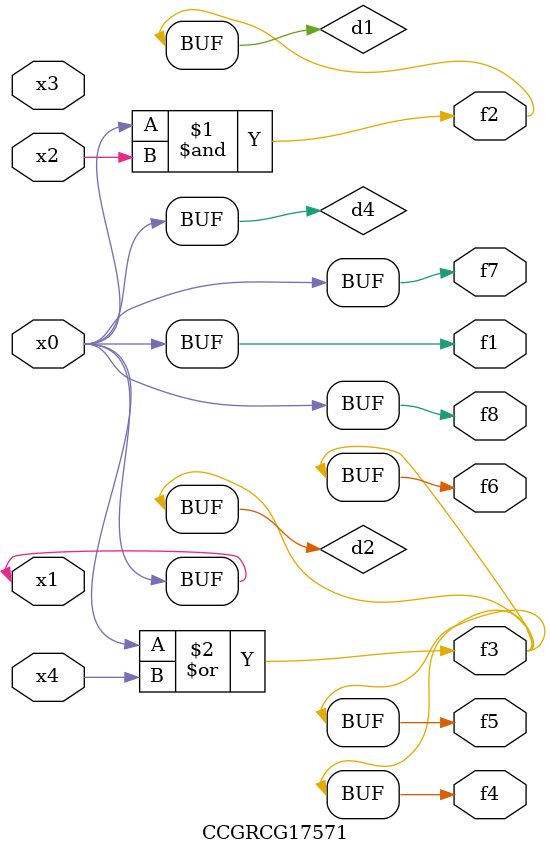
<source format=v>
module CCGRCG17571(
	input x0, x1, x2, x3, x4,
	output f1, f2, f3, f4, f5, f6, f7, f8
);

	wire d1, d2, d3, d4;

	and (d1, x0, x2);
	or (d2, x0, x4);
	nand (d3, x0, x2);
	buf (d4, x0, x1);
	assign f1 = d4;
	assign f2 = d1;
	assign f3 = d2;
	assign f4 = d2;
	assign f5 = d2;
	assign f6 = d2;
	assign f7 = d4;
	assign f8 = d4;
endmodule

</source>
